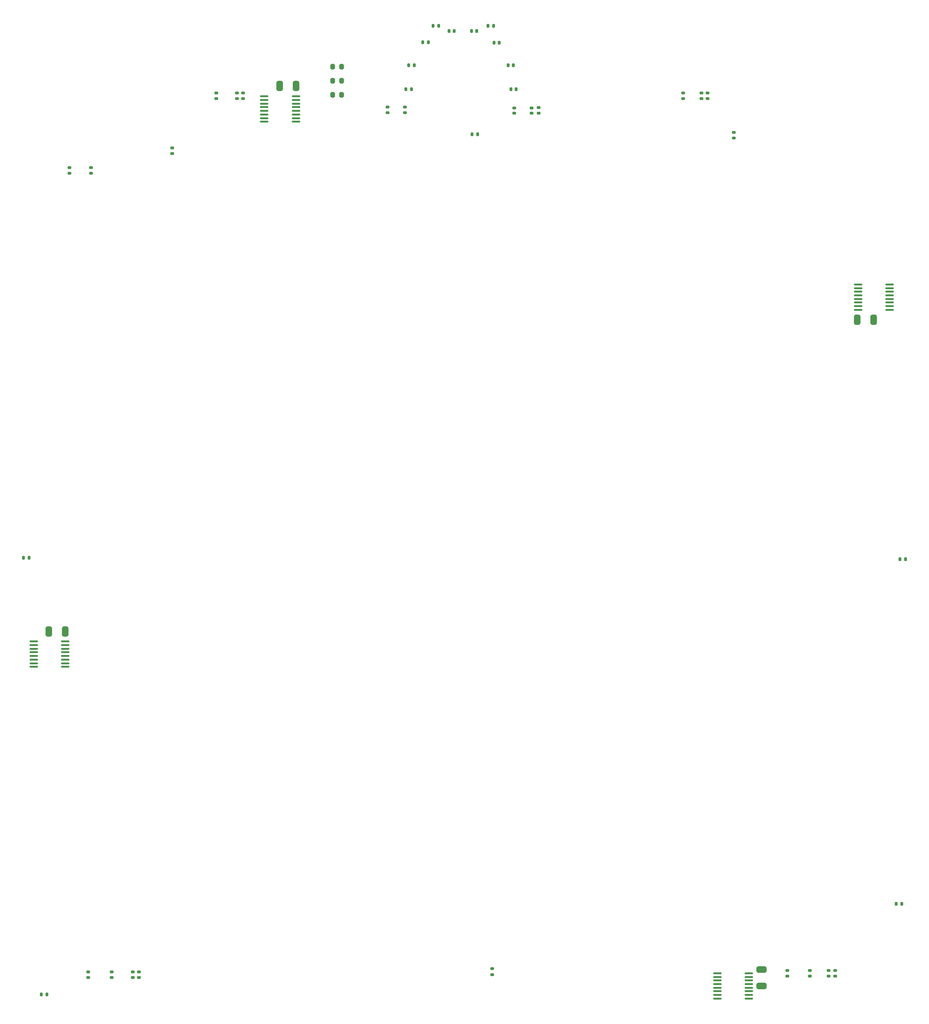
<source format=gbr>
%TF.GenerationSoftware,KiCad,Pcbnew,(6.0.9)*%
%TF.CreationDate,2023-01-21T03:06:26-09:00*%
%TF.ProjectId,AMPCD,414d5043-442e-46b6-9963-61645f706362,rev?*%
%TF.SameCoordinates,Original*%
%TF.FileFunction,Paste,Top*%
%TF.FilePolarity,Positive*%
%FSLAX46Y46*%
G04 Gerber Fmt 4.6, Leading zero omitted, Abs format (unit mm)*
G04 Created by KiCad (PCBNEW (6.0.9)) date 2023-01-21 03:06:26*
%MOMM*%
%LPD*%
G01*
G04 APERTURE LIST*
G04 Aperture macros list*
%AMRoundRect*
0 Rectangle with rounded corners*
0 $1 Rounding radius*
0 $2 $3 $4 $5 $6 $7 $8 $9 X,Y pos of 4 corners*
0 Add a 4 corners polygon primitive as box body*
4,1,4,$2,$3,$4,$5,$6,$7,$8,$9,$2,$3,0*
0 Add four circle primitives for the rounded corners*
1,1,$1+$1,$2,$3*
1,1,$1+$1,$4,$5*
1,1,$1+$1,$6,$7*
1,1,$1+$1,$8,$9*
0 Add four rect primitives between the rounded corners*
20,1,$1+$1,$2,$3,$4,$5,0*
20,1,$1+$1,$4,$5,$6,$7,0*
20,1,$1+$1,$6,$7,$8,$9,0*
20,1,$1+$1,$8,$9,$2,$3,0*%
G04 Aperture macros list end*
%ADD10RoundRect,0.135000X-0.185000X0.135000X-0.185000X-0.135000X0.185000X-0.135000X0.185000X0.135000X0*%
%ADD11RoundRect,0.135000X-0.135000X-0.185000X0.135000X-0.185000X0.135000X0.185000X-0.135000X0.185000X0*%
%ADD12RoundRect,0.100000X-0.637500X-0.100000X0.637500X-0.100000X0.637500X0.100000X-0.637500X0.100000X0*%
%ADD13RoundRect,0.135000X0.135000X0.185000X-0.135000X0.185000X-0.135000X-0.185000X0.135000X-0.185000X0*%
%ADD14RoundRect,0.135000X0.185000X-0.135000X0.185000X0.135000X-0.185000X0.135000X-0.185000X-0.135000X0*%
%ADD15RoundRect,0.100000X0.637500X0.100000X-0.637500X0.100000X-0.637500X-0.100000X0.637500X-0.100000X0*%
%ADD16RoundRect,0.147500X0.147500X0.172500X-0.147500X0.172500X-0.147500X-0.172500X0.147500X-0.172500X0*%
%ADD17RoundRect,0.200000X0.200000X0.275000X-0.200000X0.275000X-0.200000X-0.275000X0.200000X-0.275000X0*%
%ADD18RoundRect,0.147500X-0.147500X-0.172500X0.147500X-0.172500X0.147500X0.172500X-0.147500X0.172500X0*%
%ADD19RoundRect,0.147500X0.172500X-0.147500X0.172500X0.147500X-0.172500X0.147500X-0.172500X-0.147500X0*%
%ADD20RoundRect,0.147500X-0.172500X0.147500X-0.172500X-0.147500X0.172500X-0.147500X0.172500X0.147500X0*%
%ADD21RoundRect,0.249999X0.325001X0.650001X-0.325001X0.650001X-0.325001X-0.650001X0.325001X-0.650001X0*%
%ADD22RoundRect,0.249999X-0.325001X-0.650001X0.325001X-0.650001X0.325001X0.650001X-0.325001X0.650001X0*%
%ADD23RoundRect,0.249999X-0.650001X0.325001X-0.650001X-0.325001X0.650001X-0.325001X0.650001X0.325001X0*%
G04 APERTURE END LIST*
D10*
%TO.C,R16*%
X159666262Y-172266988D03*
X159666262Y-173286988D03*
%TD*%
D11*
%TO.C,R7*%
X171348262Y-98100988D03*
X172368262Y-98100988D03*
%TD*%
D12*
%TO.C,U3*%
X138388762Y-172787988D03*
X138388762Y-173437988D03*
X138388762Y-174087988D03*
X138388762Y-174737988D03*
X138388762Y-175387988D03*
X138388762Y-176037988D03*
X138388762Y-176687988D03*
X138388762Y-177337988D03*
X144113762Y-177337988D03*
X144113762Y-176687988D03*
X144113762Y-176037988D03*
X144113762Y-175387988D03*
X144113762Y-174737988D03*
X144113762Y-174087988D03*
X144113762Y-173437988D03*
X144113762Y-172787988D03*
%TD*%
D13*
%TO.C,R8*%
X171668411Y-160232718D03*
X170648411Y-160232718D03*
%TD*%
D12*
%TO.C,U1*%
X56676962Y-14672988D03*
X56676962Y-15322988D03*
X56676962Y-15972988D03*
X56676962Y-16622988D03*
X56676962Y-17272988D03*
X56676962Y-17922988D03*
X56676962Y-18572988D03*
X56676962Y-19222988D03*
X62401962Y-19222988D03*
X62401962Y-18572988D03*
X62401962Y-17922988D03*
X62401962Y-17272988D03*
X62401962Y-16622988D03*
X62401962Y-15972988D03*
X62401962Y-15322988D03*
X62401962Y-14672988D03*
%TD*%
D13*
%TO.C,R17*%
X88167262Y-1961988D03*
X87147262Y-1961988D03*
%TD*%
%TO.C,R5*%
X95152262Y-21519988D03*
X94132262Y-21519988D03*
%TD*%
%TO.C,R11*%
X14253262Y-97821588D03*
X13233262Y-97821588D03*
%TD*%
D11*
%TO.C,R18*%
X97053262Y-1961988D03*
X98073262Y-1961988D03*
%TD*%
D13*
%TO.C,R10*%
X17468411Y-176632718D03*
X16448411Y-176632718D03*
%TD*%
D12*
%TO.C,U4*%
X15046362Y-112970988D03*
X15046362Y-113620988D03*
X15046362Y-114270988D03*
X15046362Y-114920988D03*
X15046362Y-115570988D03*
X15046362Y-116220988D03*
X15046362Y-116870988D03*
X15046362Y-117520988D03*
X20771362Y-117520988D03*
X20771362Y-116870988D03*
X20771362Y-116220988D03*
X20771362Y-115570988D03*
X20771362Y-114920988D03*
X20771362Y-114270988D03*
X20771362Y-113620988D03*
X20771362Y-112970988D03*
%TD*%
D14*
%TO.C,R13*%
X106199262Y-17711988D03*
X106199262Y-16691988D03*
%TD*%
%TO.C,R12*%
X52859262Y-15044988D03*
X52859262Y-14024988D03*
%TD*%
%TO.C,R6*%
X141408411Y-22142718D03*
X141408411Y-21122718D03*
%TD*%
%TO.C,R14*%
X136679262Y-15044988D03*
X136679262Y-14024988D03*
%TD*%
D15*
%TO.C,U2*%
X169513762Y-53131988D03*
X169513762Y-52481988D03*
X169513762Y-51831988D03*
X169513762Y-51181988D03*
X169513762Y-50531988D03*
X169513762Y-49881988D03*
X169513762Y-49231988D03*
X169513762Y-48581988D03*
X163788762Y-48581988D03*
X163788762Y-49231988D03*
X163788762Y-49881988D03*
X163788762Y-50531988D03*
X163788762Y-51181988D03*
X163788762Y-51831988D03*
X163788762Y-52481988D03*
X163788762Y-53131988D03*
%TD*%
D14*
%TO.C,R15*%
X34063262Y-173540988D03*
X34063262Y-172520988D03*
%TD*%
%TO.C,R9*%
X97817262Y-173007588D03*
X97817262Y-171987588D03*
%TD*%
%TO.C,R4*%
X40058411Y-24942718D03*
X40058411Y-23922718D03*
%TD*%
D16*
%TO.C,D20*%
X90936262Y-2850988D03*
X89966262Y-2850988D03*
%TD*%
D17*
%TO.C,R2*%
X70639262Y-11867988D03*
X68989262Y-11867988D03*
%TD*%
D18*
%TO.C,D18*%
X82727262Y-9073988D03*
X83697262Y-9073988D03*
%TD*%
D17*
%TO.C,R1*%
X70639262Y-14407988D03*
X68989262Y-14407988D03*
%TD*%
D16*
%TO.C,D22*%
X101604262Y-9073988D03*
X100634262Y-9073988D03*
%TD*%
D19*
%TO.C,D10*%
X135536262Y-15019988D03*
X135536262Y-14049988D03*
%TD*%
D18*
%TO.C,D19*%
X85267262Y-4882988D03*
X86237262Y-4882988D03*
%TD*%
D19*
%TO.C,D15*%
X155094262Y-173261988D03*
X155094262Y-172291988D03*
%TD*%
D18*
%TO.C,D24*%
X94030262Y-2850988D03*
X95000262Y-2850988D03*
%TD*%
D16*
%TO.C,D17*%
X83189262Y-13391988D03*
X82219262Y-13391988D03*
%TD*%
%TO.C,D23*%
X99064262Y-5009988D03*
X98094262Y-5009988D03*
%TD*%
D19*
%TO.C,D11*%
X24919262Y-173515988D03*
X24919262Y-172545988D03*
%TD*%
D18*
%TO.C,D21*%
X101142262Y-13391988D03*
X102112262Y-13391988D03*
%TD*%
D20*
%TO.C,D16*%
X158523262Y-172291988D03*
X158523262Y-173261988D03*
%TD*%
D19*
%TO.C,D13*%
X32920262Y-173515988D03*
X32920262Y-172545988D03*
%TD*%
D20*
%TO.C,D14*%
X151030262Y-172291988D03*
X151030262Y-173261988D03*
%TD*%
%TO.C,D12*%
X29110262Y-172545988D03*
X29110262Y-173515988D03*
%TD*%
D19*
%TO.C,D8*%
X104929262Y-17686988D03*
X104929262Y-16716988D03*
%TD*%
D20*
%TO.C,D7*%
X101754262Y-16716988D03*
X101754262Y-17686988D03*
%TD*%
D19*
%TO.C,D6*%
X82069262Y-17559988D03*
X82069262Y-16589988D03*
%TD*%
%TO.C,D4*%
X51716262Y-15019988D03*
X51716262Y-14049988D03*
%TD*%
D21*
%TO.C,C1*%
X62360662Y-12731588D03*
X59410662Y-12731588D03*
%TD*%
D20*
%TO.C,D3*%
X48033262Y-14049988D03*
X48033262Y-15019988D03*
%TD*%
D19*
%TO.C,D2*%
X25427262Y-28481988D03*
X25427262Y-27511988D03*
%TD*%
D21*
%TO.C,C4*%
X20704662Y-111181988D03*
X17754662Y-111181988D03*
%TD*%
D22*
%TO.C,C2*%
X163652262Y-54895588D03*
X166602262Y-54895588D03*
%TD*%
D20*
%TO.C,D9*%
X132234262Y-14049988D03*
X132234262Y-15019988D03*
%TD*%
%TO.C,D1*%
X21490262Y-27511988D03*
X21490262Y-28481988D03*
%TD*%
%TO.C,D5*%
X78894262Y-16589988D03*
X78894262Y-17559988D03*
%TD*%
D23*
%TO.C,C3*%
X146345262Y-172155988D03*
X146345262Y-175105988D03*
%TD*%
D17*
%TO.C,R3*%
X70639262Y-9327988D03*
X68989262Y-9327988D03*
%TD*%
M02*

</source>
